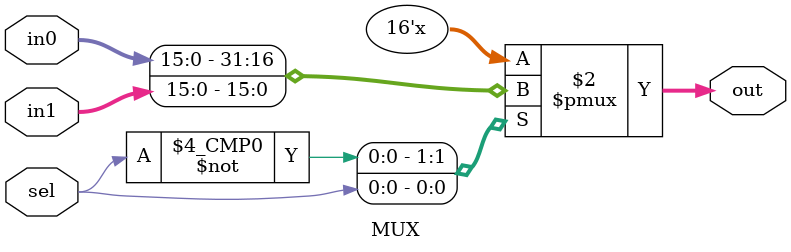
<source format=v>
`timescale 1ns / 1ps


module MUX (
    input [15:0] in0,   
    input [15:0] in1,   
    input sel,          
    output reg [15:0] out

    
);

    always @(*) begin
        case (sel)
            1'b0: out = in0; 
            1'b1: out = in1; 
                    endcase
    end
  
   
endmodule

</source>
